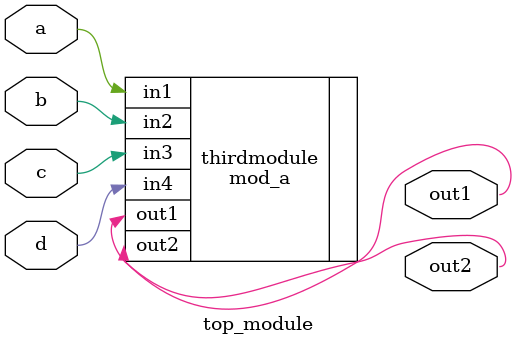
<source format=v>
module top_module ( 
    input a, 
    input b, 
    input c,
    input d,
    output out1,
    output out2
);

    mod_a thirdmodule ( .in1(a), .in2(b), .in3(c), .in4(d), .out1(out1), .out2(out2) );
endmodule

</source>
